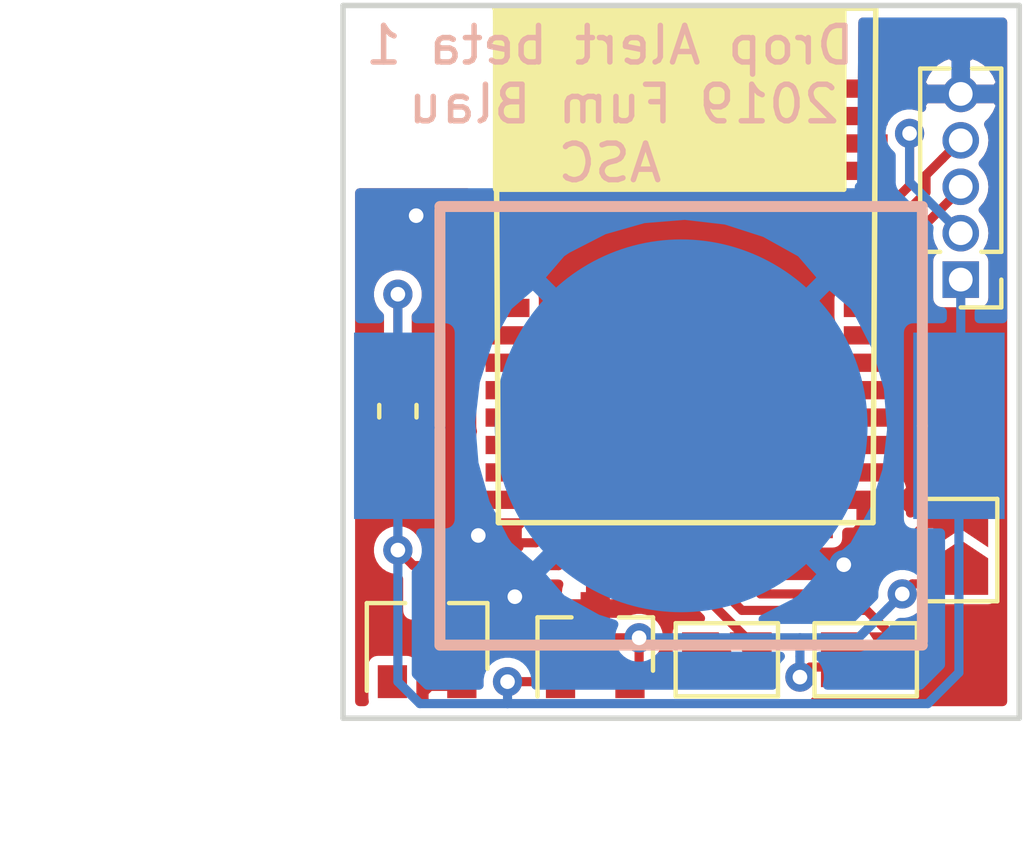
<source format=kicad_pcb>
(kicad_pcb (version 20171130) (host pcbnew "(5.1.0)-1")

  (general
    (thickness 1.6)
    (drawings 7)
    (tracks 84)
    (zones 0)
    (modules 9)
    (nets 38)
  )

  (page A4)
  (layers
    (0 F.Cu signal)
    (31 B.Cu signal)
    (32 B.Adhes user)
    (33 F.Adhes user)
    (34 B.Paste user)
    (35 F.Paste user)
    (36 B.SilkS user)
    (37 F.SilkS user)
    (38 B.Mask user)
    (39 F.Mask user)
    (40 Dwgs.User user)
    (41 Cmts.User user)
    (42 Eco1.User user)
    (43 Eco2.User user)
    (44 Edge.Cuts user)
    (45 Margin user)
    (46 B.CrtYd user)
    (47 F.CrtYd user)
    (48 B.Fab user)
    (49 F.Fab user)
  )

  (setup
    (last_trace_width 0.25)
    (trace_clearance 0.2)
    (zone_clearance 0.254)
    (zone_45_only no)
    (trace_min 0.2)
    (via_size 0.8)
    (via_drill 0.4)
    (via_min_size 0.4)
    (via_min_drill 0.3)
    (uvia_size 0.3)
    (uvia_drill 0.1)
    (uvias_allowed no)
    (uvia_min_size 0.2)
    (uvia_min_drill 0.1)
    (edge_width 0.15)
    (segment_width 0.2)
    (pcb_text_width 0.3)
    (pcb_text_size 1.5 1.5)
    (mod_edge_width 0.15)
    (mod_text_size 1 1)
    (mod_text_width 0.15)
    (pad_size 1.524 1.524)
    (pad_drill 0.762)
    (pad_to_mask_clearance 0.051)
    (solder_mask_min_width 0.25)
    (aux_axis_origin 0 0)
    (visible_elements 7FFDFFFF)
    (pcbplotparams
      (layerselection 0x010fc_ffffffff)
      (usegerberextensions false)
      (usegerberattributes false)
      (usegerberadvancedattributes false)
      (creategerberjobfile false)
      (excludeedgelayer true)
      (linewidth 0.100000)
      (plotframeref false)
      (viasonmask false)
      (mode 1)
      (useauxorigin false)
      (hpglpennumber 1)
      (hpglpenspeed 20)
      (hpglpendiameter 15.000000)
      (psnegative false)
      (psa4output false)
      (plotreference true)
      (plotvalue true)
      (plotinvisibletext false)
      (padsonsilk false)
      (subtractmaskfromsilk false)
      (outputformat 1)
      (mirror false)
      (drillshape 0)
      (scaleselection 1)
      (outputdirectory "outputs proyecto/gerbers/"))
  )

  (net 0 "")
  (net 1 +3V3)
  (net 2 GND)
  (net 3 "Net-(U1-Pad38)")
  (net 4 "Net-(U1-Pad37)")
  (net 5 "Net-(U1-Pad36)")
  (net 6 "Net-(U1-Pad35)")
  (net 7 "Net-(U1-Pad34)")
  (net 8 "Net-(U1-Pad33)")
  (net 9 "Net-(U1-Pad32)")
  (net 10 "Net-(U1-Pad31)")
  (net 11 "Net-(U1-Pad30)")
  (net 12 "Net-(U1-Pad29)")
  (net 13 "Net-(U1-Pad28)")
  (net 14 "Net-(U1-Pad25)")
  (net 15 "Net-(U1-Pad24)")
  (net 16 "Net-(U1-Pad20)")
  (net 17 "Net-(U1-Pad19)")
  (net 18 "Net-(U1-Pad18)")
  (net 19 "Net-(U1-Pad17)")
  (net 20 "Net-(U1-Pad15)")
  (net 21 "Net-(U1-Pad14)")
  (net 22 "Net-(U1-Pad13)")
  (net 23 "Net-(U1-Pad12)")
  (net 24 "Net-(U1-Pad11)")
  (net 25 "Net-(U1-Pad10)")
  (net 26 "Net-(U1-Pad9)")
  (net 27 "Net-(U1-Pad8)")
  (net 28 "Net-(U1-Pad4)")
  (net 29 "Net-(U1-Pad3)")
  (net 30 "Net-(U1-Pad2)")
  (net 31 "Net-(JP1-Pad2)")
  (net 32 "Net-(JP1-Pad1)")
  (net 33 "Net-(JP2-Pad2)")
  (net 34 "Net-(JP3-Pad2)")
  (net 35 "Net-(J1-Pad2)")
  (net 36 "Net-(J1-Pad3)")
  (net 37 "Net-(J1-Pad4)")

  (net_class Default "Esta es la clase de red por defecto."
    (clearance 0.2)
    (trace_width 0.25)
    (via_dia 0.8)
    (via_drill 0.4)
    (uvia_dia 0.3)
    (uvia_drill 0.1)
    (add_net +3V3)
    (add_net GND)
    (add_net "Net-(J1-Pad2)")
    (add_net "Net-(J1-Pad3)")
    (add_net "Net-(J1-Pad4)")
    (add_net "Net-(JP1-Pad1)")
    (add_net "Net-(JP1-Pad2)")
    (add_net "Net-(JP2-Pad2)")
    (add_net "Net-(JP3-Pad2)")
    (add_net "Net-(U1-Pad10)")
    (add_net "Net-(U1-Pad11)")
    (add_net "Net-(U1-Pad12)")
    (add_net "Net-(U1-Pad13)")
    (add_net "Net-(U1-Pad14)")
    (add_net "Net-(U1-Pad15)")
    (add_net "Net-(U1-Pad17)")
    (add_net "Net-(U1-Pad18)")
    (add_net "Net-(U1-Pad19)")
    (add_net "Net-(U1-Pad2)")
    (add_net "Net-(U1-Pad20)")
    (add_net "Net-(U1-Pad24)")
    (add_net "Net-(U1-Pad25)")
    (add_net "Net-(U1-Pad28)")
    (add_net "Net-(U1-Pad29)")
    (add_net "Net-(U1-Pad3)")
    (add_net "Net-(U1-Pad30)")
    (add_net "Net-(U1-Pad31)")
    (add_net "Net-(U1-Pad32)")
    (add_net "Net-(U1-Pad33)")
    (add_net "Net-(U1-Pad34)")
    (add_net "Net-(U1-Pad35)")
    (add_net "Net-(U1-Pad36)")
    (add_net "Net-(U1-Pad37)")
    (add_net "Net-(U1-Pad38)")
    (add_net "Net-(U1-Pad4)")
    (add_net "Net-(U1-Pad8)")
    (add_net "Net-(U1-Pad9)")
  )

  (module Jumper:SolderJumper-2_P1.3mm_Open_TrianglePad1.0x1.5mm (layer F.Cu) (tedit 5A64794F) (tstamp 5CDB50D3)
    (at 140 71.4)
    (descr "SMD Solder Jumper, 1x1.5mm Triangular Pads, 0.3mm gap, open")
    (tags "solder jumper open")
    (path /5CF50C11)
    (attr virtual)
    (fp_text reference JP3 (at 0 -1.8) (layer F.SilkS) hide
      (effects (font (size 1 1) (thickness 0.15)))
    )
    (fp_text value SolderJumper_2_Open (at 0 1.9) (layer F.Fab)
      (effects (font (size 1 1) (thickness 0.15)))
    )
    (fp_line (start -1.4 1) (end -1.4 -1) (layer F.SilkS) (width 0.12))
    (fp_line (start 1.4 1) (end -1.4 1) (layer F.SilkS) (width 0.12))
    (fp_line (start 1.4 -1) (end 1.4 1) (layer F.SilkS) (width 0.12))
    (fp_line (start -1.4 -1) (end 1.4 -1) (layer F.SilkS) (width 0.12))
    (fp_line (start -1.65 -1.25) (end 1.65 -1.25) (layer F.CrtYd) (width 0.05))
    (fp_line (start -1.65 -1.25) (end -1.65 1.25) (layer F.CrtYd) (width 0.05))
    (fp_line (start 1.65 1.25) (end 1.65 -1.25) (layer F.CrtYd) (width 0.05))
    (fp_line (start 1.65 1.25) (end -1.65 1.25) (layer F.CrtYd) (width 0.05))
    (pad 2 smd custom (at 0.725 0) (size 0.3 0.3) (layers F.Cu F.Mask)
      (net 34 "Net-(JP3-Pad2)") (zone_connect 2)
      (options (clearance outline) (anchor rect))
      (primitives
        (gr_poly (pts
           (xy -0.65 -0.75) (xy 0.5 -0.75) (xy 0.5 0.75) (xy -0.65 0.75) (xy -0.15 0)
) (width 0))
      ))
    (pad 1 smd custom (at -0.725 0) (size 0.3 0.3) (layers F.Cu F.Mask)
      (net 32 "Net-(JP1-Pad1)") (zone_connect 2)
      (options (clearance outline) (anchor rect))
      (primitives
        (gr_poly (pts
           (xy -0.5 -0.75) (xy 0.5 -0.75) (xy 1 0) (xy 0.5 0.75) (xy -0.5 0.75)
) (width 0))
      ))
  )

  (module footprints:CR1216_holder_mouser_bat_hld_012_smt (layer B.Cu) (tedit 5A7D6510) (tstamp 5CDB588B)
    (at 138.75 65)
    (path /5CB03C6A)
    (fp_text reference BT1 (at -5 -5) (layer B.SilkS) hide
      (effects (font (size 1 1) (thickness 0.15)) (justify mirror))
    )
    (fp_text value Battery_Cell (at 0 7) (layer B.Fab)
      (effects (font (size 1 1) (thickness 0.15)) (justify mirror))
    )
    (fp_line (start -6.6 -6) (end 6.6 -6) (layer B.SilkS) (width 0.3))
    (fp_line (start 6.6 6) (end -6.6 6) (layer B.SilkS) (width 0.3))
    (fp_line (start 6.6 0) (end 6.6 5.9) (layer B.SilkS) (width 0.3))
    (fp_line (start 6.6 -5.9) (end 6.6 0) (layer B.SilkS) (width 0.3))
    (fp_line (start -6.6 -5.9) (end -6.6 0) (layer B.SilkS) (width 0.3))
    (fp_line (start -6.6 0.1) (end -6.6 6) (layer B.SilkS) (width 0.3))
    (pad 1 smd rect (at -7.7 0) (size 2.5 5.1) (layers B.Cu B.Paste B.Mask)
      (net 1 +3V3))
    (pad 1 smd rect (at 7.6 0) (size 2.5 5.1) (layers B.Cu B.Paste B.Mask)
      (net 1 +3V3))
    (pad 2 smd circle (at 0 0) (size 10.2 10.2) (layers B.Cu B.Paste B.Mask)
      (net 2 GND))
  )

  (module footprints:453-0005 (layer F.Cu) (tedit 5CAE293A) (tstamp 5CA78AEF)
    (at 134 58.775001)
    (path /5CA7DB6D)
    (fp_text reference U1 (at 5 5.224999) (layer F.SilkS) hide
      (effects (font (size 1 1) (thickness 0.15)))
    )
    (fp_text value 453-00005 (at 5.25 11.224999) (layer F.SilkS) hide
      (effects (font (size 1 1) (thickness 0.15)))
    )
    (fp_line (start -0.25 -0.25) (end 9.2 -0.25) (layer F.SilkS) (width 0.15))
    (fp_line (start 9.2 -0.25) (end 9.2 -5.175) (layer F.SilkS) (width 0.15))
    (fp_line (start 9.2 -5.175) (end -0.325 -5.175) (layer F.SilkS) (width 0.15))
    (fp_line (start -0.325 -5.175) (end -0.325 -0.25) (layer F.SilkS) (width 0.15))
    (fp_poly (pts (xy -0.275 -0.25) (xy -0.3 -5.175) (xy 9.15 -5.15) (xy 9.15 -0.275)) (layer F.SilkS) (width 0.15))
    (fp_line (start -0.35 -5.2) (end 10.075 -5.2) (layer F.SilkS) (width 0.15))
    (fp_line (start 10.075 -5.2) (end 10 8.875) (layer F.SilkS) (width 0.15))
    (fp_line (start 10 8.875) (end -0.25 8.875) (layer F.SilkS) (width 0.15))
    (fp_line (start -0.25 8.875) (end -0.325 -5.2) (layer F.SilkS) (width 0.15))
    (pad 39 smd rect (at 0 0 90) (size 0.5 1.2) (layers F.Cu F.Paste F.Mask)
      (net 2 GND))
    (pad 38 smd rect (at 0 0.75 90) (size 0.5 1.2) (layers F.Cu F.Paste F.Mask)
      (net 3 "Net-(U1-Pad38)"))
    (pad 37 smd rect (at 0 1.5 90) (size 0.5 1.2) (layers F.Cu F.Paste F.Mask)
      (net 4 "Net-(U1-Pad37)"))
    (pad 36 smd rect (at 0 2.25 90) (size 0.5 1.2) (layers F.Cu F.Paste F.Mask)
      (net 5 "Net-(U1-Pad36)"))
    (pad 35 smd rect (at 0 3 90) (size 0.5 1.2) (layers F.Cu F.Paste F.Mask)
      (net 6 "Net-(U1-Pad35)"))
    (pad 34 smd rect (at 0 3.75 90) (size 0.5 1.2) (layers F.Cu F.Paste F.Mask)
      (net 7 "Net-(U1-Pad34)"))
    (pad 33 smd rect (at 0 4.5 90) (size 0.5 1.2) (layers F.Cu F.Paste F.Mask)
      (net 8 "Net-(U1-Pad33)"))
    (pad 32 smd rect (at 0 5.25 90) (size 0.5 1.2) (layers F.Cu F.Paste F.Mask)
      (net 9 "Net-(U1-Pad32)"))
    (pad 31 smd rect (at 0 6 90) (size 0.5 1.2) (layers F.Cu F.Paste F.Mask)
      (net 10 "Net-(U1-Pad31)"))
    (pad 30 smd rect (at 0 6.75 90) (size 0.5 1.2) (layers F.Cu F.Paste F.Mask)
      (net 11 "Net-(U1-Pad30)"))
    (pad 29 smd rect (at 0 7.5 90) (size 0.5 1.2) (layers F.Cu F.Paste F.Mask)
      (net 12 "Net-(U1-Pad29)"))
    (pad 28 smd rect (at 0 8.25 90) (size 0.5 1.2) (layers F.Cu F.Paste F.Mask)
      (net 13 "Net-(U1-Pad28)"))
    (pad 27 smd rect (at 1.15 8.7 180) (size 0.5 1.2) (layers F.Cu F.Paste F.Mask)
      (net 2 GND))
    (pad 26 smd rect (at 1.9 8.7 180) (size 0.5 1.2) (layers F.Cu F.Paste F.Mask)
      (net 1 +3V3))
    (pad 25 smd rect (at 2.65 8.7 180) (size 0.5 1.2) (layers F.Cu F.Paste F.Mask)
      (net 14 "Net-(U1-Pad25)"))
    (pad 24 smd rect (at 3.4 8.7 180) (size 0.5 1.2) (layers F.Cu F.Paste F.Mask)
      (net 15 "Net-(U1-Pad24)"))
    (pad 23 smd rect (at 4.15 8.7 180) (size 0.5 1.2) (layers F.Cu F.Paste F.Mask)
      (net 34 "Net-(JP3-Pad2)"))
    (pad 22 smd rect (at 4.9 8.7 180) (size 0.5 1.2) (layers F.Cu F.Paste F.Mask)
      (net 33 "Net-(JP2-Pad2)"))
    (pad 21 smd rect (at 5.65 8.7 180) (size 0.5 1.2) (layers F.Cu F.Paste F.Mask)
      (net 31 "Net-(JP1-Pad2)"))
    (pad 20 smd rect (at 6.4 8.7 180) (size 0.5 1.2) (layers F.Cu F.Paste F.Mask)
      (net 16 "Net-(U1-Pad20)"))
    (pad 19 smd rect (at 7.15 8.7 180) (size 0.5 1.2) (layers F.Cu F.Paste F.Mask)
      (net 17 "Net-(U1-Pad19)"))
    (pad 18 smd rect (at 7.9 8.7 180) (size 0.5 1.2) (layers F.Cu F.Paste F.Mask)
      (net 18 "Net-(U1-Pad18)"))
    (pad 17 smd rect (at 8.65 8.7 180) (size 0.5 1.2) (layers F.Cu F.Paste F.Mask)
      (net 19 "Net-(U1-Pad17)"))
    (pad 16 smd rect (at 9.8 8.25 270) (size 0.5 1.2) (layers F.Cu F.Paste F.Mask)
      (net 2 GND))
    (pad 15 smd rect (at 9.8 7.5 270) (size 0.5 1.2) (layers F.Cu F.Paste F.Mask)
      (net 20 "Net-(U1-Pad15)"))
    (pad 14 smd rect (at 9.8 6.75 270) (size 0.5 1.2) (layers F.Cu F.Paste F.Mask)
      (net 21 "Net-(U1-Pad14)"))
    (pad 13 smd rect (at 9.8 6 270) (size 0.5 1.2) (layers F.Cu F.Paste F.Mask)
      (net 22 "Net-(U1-Pad13)"))
    (pad 12 smd rect (at 9.8 5.25 270) (size 0.5 1.2) (layers F.Cu F.Paste F.Mask)
      (net 23 "Net-(U1-Pad12)"))
    (pad 11 smd rect (at 9.8 4.5 270) (size 0.5 1.2) (layers F.Cu F.Paste F.Mask)
      (net 24 "Net-(U1-Pad11)"))
    (pad 10 smd rect (at 9.8 3.75 270) (size 0.5 1.2) (layers F.Cu F.Paste F.Mask)
      (net 25 "Net-(U1-Pad10)"))
    (pad 9 smd rect (at 9.8 3 270) (size 0.5 1.2) (layers F.Cu F.Paste F.Mask)
      (net 26 "Net-(U1-Pad9)"))
    (pad 8 smd rect (at 9.8 2.25 270) (size 0.5 1.2) (layers F.Cu F.Paste F.Mask)
      (net 27 "Net-(U1-Pad8)"))
    (pad 7 smd rect (at 9.8 1.5 270) (size 0.5 1.2) (layers F.Cu F.Paste F.Mask)
      (net 36 "Net-(J1-Pad3)"))
    (pad 6 smd rect (at 9.8 0.75 270) (size 0.5 1.2) (layers F.Cu F.Paste F.Mask)
      (net 37 "Net-(J1-Pad4)"))
    (pad 5 smd rect (at 9.8 0 270) (size 0.5 1.2) (layers F.Cu F.Paste F.Mask)
      (net 35 "Net-(J1-Pad2)"))
    (pad 4 smd rect (at 9.8 -0.75 270) (size 0.5 1.2) (layers F.Cu F.Paste F.Mask)
      (net 28 "Net-(U1-Pad4)"))
    (pad 3 smd rect (at 9.8 -1.5 270) (size 0.5 1.2) (layers F.Cu F.Paste F.Mask)
      (net 29 "Net-(U1-Pad3)"))
    (pad 2 smd rect (at 9.8 -2.25 270) (size 0.5 1.2) (layers F.Cu F.Paste F.Mask)
      (net 30 "Net-(U1-Pad2)"))
    (pad 1 smd rect (at 9.8 -3 270) (size 0.5 1.2) (layers F.Cu F.Paste F.Mask)
      (net 2 GND))
  )

  (module Capacitor_SMD:C_0603_1608Metric_Pad1.05x0.95mm_HandSolder (layer F.Cu) (tedit 5B301BBE) (tstamp 5CBB99B7)
    (at 131 64.6 270)
    (descr "Capacitor SMD 0603 (1608 Metric), square (rectangular) end terminal, IPC_7351 nominal with elongated pad for handsoldering. (Body size source: http://www.tortai-tech.com/upload/download/2011102023233369053.pdf), generated with kicad-footprint-generator")
    (tags "capacitor handsolder")
    (path /5CAFD93C)
    (attr smd)
    (fp_text reference C1 (at 0.125 1.5 270) (layer F.SilkS) hide
      (effects (font (size 1 1) (thickness 0.15)))
    )
    (fp_text value 0,1uF (at 0 1.43 270) (layer F.Fab)
      (effects (font (size 1 1) (thickness 0.15)))
    )
    (fp_line (start -0.8 0.4) (end -0.8 -0.4) (layer F.Fab) (width 0.1))
    (fp_line (start -0.8 -0.4) (end 0.8 -0.4) (layer F.Fab) (width 0.1))
    (fp_line (start 0.8 -0.4) (end 0.8 0.4) (layer F.Fab) (width 0.1))
    (fp_line (start 0.8 0.4) (end -0.8 0.4) (layer F.Fab) (width 0.1))
    (fp_line (start -0.171267 -0.51) (end 0.171267 -0.51) (layer F.SilkS) (width 0.12))
    (fp_line (start -0.171267 0.51) (end 0.171267 0.51) (layer F.SilkS) (width 0.12))
    (fp_line (start -1.65 0.73) (end -1.65 -0.73) (layer F.CrtYd) (width 0.05))
    (fp_line (start -1.65 -0.73) (end 1.65 -0.73) (layer F.CrtYd) (width 0.05))
    (fp_line (start 1.65 -0.73) (end 1.65 0.73) (layer F.CrtYd) (width 0.05))
    (fp_line (start 1.65 0.73) (end -1.65 0.73) (layer F.CrtYd) (width 0.05))
    (fp_text user %R (at 0 0 270) (layer F.Fab)
      (effects (font (size 0.4 0.4) (thickness 0.06)))
    )
    (pad 1 smd roundrect (at -0.875 0 270) (size 1.05 0.95) (layers F.Cu F.Paste F.Mask) (roundrect_rratio 0.25)
      (net 1 +3V3))
    (pad 2 smd roundrect (at 0.875 0 270) (size 1.05 0.95) (layers F.Cu F.Paste F.Mask) (roundrect_rratio 0.25)
      (net 2 GND))
    (model ${KISYS3DMOD}/Capacitor_SMD.3dshapes/C_0603_1608Metric.wrl
      (at (xyz 0 0 0))
      (scale (xyz 1 1 1))
      (rotate (xyz 0 0 0))
    )
  )

  (module Package_TO_SOT_SMD:SOT-23 (layer F.Cu) (tedit 5CB0575F) (tstamp 5CDB5304)
    (at 136.4 71 90)
    (descr "SOT-23, Standard")
    (tags SOT-23)
    (path /5CAF52C6)
    (attr smd)
    (fp_text reference U2 (at -0.75 2.95 -180) (layer F.SilkS) hide
      (effects (font (size 1 1) (thickness 0.15)))
    )
    (fp_text value SI7201 (at 0 2.5 90) (layer F.Fab)
      (effects (font (size 1 1) (thickness 0.15)))
    )
    (fp_text user %R (at 0 0 -180) (layer F.Fab)
      (effects (font (size 0.5 0.5) (thickness 0.075)))
    )
    (fp_line (start -0.7 -0.95) (end -0.7 1.5) (layer F.Fab) (width 0.1))
    (fp_line (start -0.15 -1.52) (end 0.7 -1.52) (layer F.Fab) (width 0.1))
    (fp_line (start -0.7 -0.95) (end -0.15 -1.52) (layer F.Fab) (width 0.1))
    (fp_line (start 0.7 -1.52) (end 0.7 1.52) (layer F.Fab) (width 0.1))
    (fp_line (start -0.7 1.52) (end 0.7 1.52) (layer F.Fab) (width 0.1))
    (fp_line (start 0.76 1.58) (end 0.76 0.65) (layer F.SilkS) (width 0.12))
    (fp_line (start 0.76 -1.58) (end 0.76 -0.65) (layer F.SilkS) (width 0.12))
    (fp_line (start -1.7 -1.75) (end 1.7 -1.75) (layer F.CrtYd) (width 0.05))
    (fp_line (start 1.7 -1.75) (end 1.7 1.75) (layer F.CrtYd) (width 0.05))
    (fp_line (start 1.7 1.75) (end -1.7 1.75) (layer F.CrtYd) (width 0.05))
    (fp_line (start -1.7 1.75) (end -1.7 -1.75) (layer F.CrtYd) (width 0.05))
    (fp_line (start 0.76 -1.58) (end -1.4 -1.58) (layer F.SilkS) (width 0.12))
    (fp_line (start 0.76 1.58) (end -0.7 1.58) (layer F.SilkS) (width 0.12))
    (pad 1 smd rect (at -1 -0.95 90) (size 0.9 0.8) (layers F.Cu F.Paste F.Mask)
      (net 1 +3V3))
    (pad 2 smd rect (at -1 0.95 90) (size 0.9 0.8) (layers F.Cu F.Paste F.Mask)
      (net 32 "Net-(JP1-Pad1)"))
    (pad 3 smd rect (at 1 0 90) (size 0.9 0.8) (layers F.Cu F.Paste F.Mask)
      (net 2 GND))
    (model ${KISYS3DMOD}/Package_TO_SOT_SMD.3dshapes/SOT-23.wrl
      (at (xyz 0 0 0))
      (scale (xyz 1 1 1))
      (rotate (xyz 0 0 0))
    )
  )

  (module Jumper:SolderJumper-2_P1.3mm_Open_TrianglePad1.0x1.5mm (layer F.Cu) (tedit 5A64794F) (tstamp 5CDB50B7)
    (at 146.4 68.4 90)
    (descr "SMD Solder Jumper, 1x1.5mm Triangular Pads, 0.3mm gap, open")
    (tags "solder jumper open")
    (path /5CF4F44A)
    (attr virtual)
    (fp_text reference JP1 (at 0 -1.8 90) (layer F.SilkS) hide
      (effects (font (size 1 1) (thickness 0.15)))
    )
    (fp_text value SolderJumper_2_Open (at 0 1.9 90) (layer F.Fab)
      (effects (font (size 1 1) (thickness 0.15)))
    )
    (fp_line (start -1.4 1) (end -1.4 -1) (layer F.SilkS) (width 0.12))
    (fp_line (start 1.4 1) (end -1.4 1) (layer F.SilkS) (width 0.12))
    (fp_line (start 1.4 -1) (end 1.4 1) (layer F.SilkS) (width 0.12))
    (fp_line (start -1.4 -1) (end 1.4 -1) (layer F.SilkS) (width 0.12))
    (fp_line (start -1.65 -1.25) (end 1.65 -1.25) (layer F.CrtYd) (width 0.05))
    (fp_line (start -1.65 -1.25) (end -1.65 1.25) (layer F.CrtYd) (width 0.05))
    (fp_line (start 1.65 1.25) (end 1.65 -1.25) (layer F.CrtYd) (width 0.05))
    (fp_line (start 1.65 1.25) (end -1.65 1.25) (layer F.CrtYd) (width 0.05))
    (pad 2 smd custom (at 0.725 0 90) (size 0.3 0.3) (layers F.Cu F.Mask)
      (net 31 "Net-(JP1-Pad2)") (zone_connect 2)
      (options (clearance outline) (anchor rect))
      (primitives
        (gr_poly (pts
           (xy -0.65 -0.75) (xy 0.5 -0.75) (xy 0.5 0.75) (xy -0.65 0.75) (xy -0.15 0)
) (width 0))
      ))
    (pad 1 smd custom (at -0.725 0 90) (size 0.3 0.3) (layers F.Cu F.Mask)
      (net 32 "Net-(JP1-Pad1)") (zone_connect 2)
      (options (clearance outline) (anchor rect))
      (primitives
        (gr_poly (pts
           (xy -0.5 -0.75) (xy 0.5 -0.75) (xy 1 0) (xy 0.5 0.75) (xy -0.5 0.75)
) (width 0))
      ))
  )

  (module Jumper:SolderJumper-2_P1.3mm_Open_TrianglePad1.0x1.5mm (layer F.Cu) (tedit 5A64794F) (tstamp 5CDB50C5)
    (at 143.8 71.4)
    (descr "SMD Solder Jumper, 1x1.5mm Triangular Pads, 0.3mm gap, open")
    (tags "solder jumper open")
    (path /5CF506B5)
    (attr virtual)
    (fp_text reference JP2 (at 0 -1.8) (layer F.SilkS) hide
      (effects (font (size 1 1) (thickness 0.15)))
    )
    (fp_text value SolderJumper_2_Open (at 0 1.9) (layer F.Fab)
      (effects (font (size 1 1) (thickness 0.15)))
    )
    (fp_line (start 1.65 1.25) (end -1.65 1.25) (layer F.CrtYd) (width 0.05))
    (fp_line (start 1.65 1.25) (end 1.65 -1.25) (layer F.CrtYd) (width 0.05))
    (fp_line (start -1.65 -1.25) (end -1.65 1.25) (layer F.CrtYd) (width 0.05))
    (fp_line (start -1.65 -1.25) (end 1.65 -1.25) (layer F.CrtYd) (width 0.05))
    (fp_line (start -1.4 -1) (end 1.4 -1) (layer F.SilkS) (width 0.12))
    (fp_line (start 1.4 -1) (end 1.4 1) (layer F.SilkS) (width 0.12))
    (fp_line (start 1.4 1) (end -1.4 1) (layer F.SilkS) (width 0.12))
    (fp_line (start -1.4 1) (end -1.4 -1) (layer F.SilkS) (width 0.12))
    (pad 1 smd custom (at -0.725 0) (size 0.3 0.3) (layers F.Cu F.Mask)
      (net 32 "Net-(JP1-Pad1)") (zone_connect 2)
      (options (clearance outline) (anchor rect))
      (primitives
        (gr_poly (pts
           (xy -0.5 -0.75) (xy 0.5 -0.75) (xy 1 0) (xy 0.5 0.75) (xy -0.5 0.75)
) (width 0))
      ))
    (pad 2 smd custom (at 0.725 0) (size 0.3 0.3) (layers F.Cu F.Mask)
      (net 33 "Net-(JP2-Pad2)") (zone_connect 2)
      (options (clearance outline) (anchor rect))
      (primitives
        (gr_poly (pts
           (xy -0.65 -0.75) (xy 0.5 -0.75) (xy 0.5 0.75) (xy -0.65 0.75) (xy -0.15 0)
) (width 0))
      ))
  )

  (module Package_TO_SOT_SMD:SC-59 (layer F.Cu) (tedit 5A02FF57) (tstamp 5CDB57C1)
    (at 131.8 70.8 90)
    (descr "SC-59, https://lib.chipdip.ru/images/import_diod/original/SOT-23_SC-59.jpg")
    (tags SC-59)
    (path /5CF5DC99)
    (attr smd)
    (fp_text reference U3 (at 0 -2.5 90) (layer F.SilkS) hide
      (effects (font (size 1 1) (thickness 0.15)))
    )
    (fp_text value AH1806-P (at 0 2.5 90) (layer F.Fab)
      (effects (font (size 1 1) (thickness 0.15)))
    )
    (fp_text user %R (at 0 0 180) (layer F.Fab)
      (effects (font (size 0.5 0.5) (thickness 0.075)))
    )
    (fp_line (start -0.85 1.55) (end -0.85 -1) (layer F.Fab) (width 0.1))
    (fp_line (start -1.45 -1.65) (end 0.95 -1.65) (layer F.SilkS) (width 0.12))
    (fp_line (start 0.95 -1.65) (end 0.95 -0.6) (layer F.SilkS) (width 0.12))
    (fp_line (start -0.85 1.65) (end 0.95 1.65) (layer F.SilkS) (width 0.12))
    (fp_line (start 0.95 1.65) (end 0.95 0.6) (layer F.SilkS) (width 0.12))
    (fp_line (start -0.85 1.55) (end 0.85 1.55) (layer F.Fab) (width 0.1))
    (fp_line (start -0.3 -1.55) (end -0.85 -1) (layer F.Fab) (width 0.1))
    (fp_line (start -0.3 -1.55) (end 0.85 -1.55) (layer F.Fab) (width 0.1))
    (fp_line (start 0.85 -1.52) (end 0.85 1.52) (layer F.Fab) (width 0.1))
    (fp_line (start -1.9 -1.8) (end 1.9 -1.8) (layer F.CrtYd) (width 0.05))
    (fp_line (start -1.9 -1.8) (end -1.9 1.8) (layer F.CrtYd) (width 0.05))
    (fp_line (start 1.9 1.8) (end 1.9 -1.8) (layer F.CrtYd) (width 0.05))
    (fp_line (start 1.9 1.8) (end -1.9 1.8) (layer F.CrtYd) (width 0.05))
    (pad 1 smd rect (at -1.2 -0.95 90) (size 0.9 0.8) (layers F.Cu F.Paste F.Mask)
      (net 1 +3V3))
    (pad 2 smd rect (at -1.2 0.95 90) (size 0.9 0.8) (layers F.Cu F.Paste F.Mask)
      (net 2 GND))
    (pad 3 smd rect (at 1.2 0 90) (size 0.9 0.8) (layers F.Cu F.Paste F.Mask)
      (net 32 "Net-(JP1-Pad1)"))
    (model ${KISYS3DMOD}/Package_TO_SOT_SMD.3dshapes/SC-59.wrl
      (at (xyz 0 0 0))
      (scale (xyz 1 1 1))
      (rotate (xyz 0 0 0))
    )
  )

  (module Connector_PinHeader_1.27mm:PinHeader_1x05_P1.27mm_Vertical (layer F.Cu) (tedit 59FED6E3) (tstamp 5CDBCD5A)
    (at 146.4 61 180)
    (descr "Through hole straight pin header, 1x05, 1.27mm pitch, single row")
    (tags "Through hole pin header THT 1x05 1.27mm single row")
    (path /5CDBD9AD)
    (fp_text reference J1 (at 0 -1.695 180) (layer F.SilkS) hide
      (effects (font (size 1 1) (thickness 0.15)))
    )
    (fp_text value Conn_01x05_Male (at 0 6.775 180) (layer F.Fab)
      (effects (font (size 1 1) (thickness 0.15)))
    )
    (fp_line (start -0.525 -0.635) (end 1.05 -0.635) (layer F.Fab) (width 0.1))
    (fp_line (start 1.05 -0.635) (end 1.05 5.715) (layer F.Fab) (width 0.1))
    (fp_line (start 1.05 5.715) (end -1.05 5.715) (layer F.Fab) (width 0.1))
    (fp_line (start -1.05 5.715) (end -1.05 -0.11) (layer F.Fab) (width 0.1))
    (fp_line (start -1.05 -0.11) (end -0.525 -0.635) (layer F.Fab) (width 0.1))
    (fp_line (start -1.11 5.775) (end -0.30753 5.775) (layer F.SilkS) (width 0.12))
    (fp_line (start 0.30753 5.775) (end 1.11 5.775) (layer F.SilkS) (width 0.12))
    (fp_line (start -1.11 0.76) (end -1.11 5.775) (layer F.SilkS) (width 0.12))
    (fp_line (start 1.11 0.76) (end 1.11 5.775) (layer F.SilkS) (width 0.12))
    (fp_line (start -1.11 0.76) (end -0.563471 0.76) (layer F.SilkS) (width 0.12))
    (fp_line (start 0.563471 0.76) (end 1.11 0.76) (layer F.SilkS) (width 0.12))
    (fp_line (start -1.11 0) (end -1.11 -0.76) (layer F.SilkS) (width 0.12))
    (fp_line (start -1.11 -0.76) (end 0 -0.76) (layer F.SilkS) (width 0.12))
    (fp_line (start -1.55 -1.15) (end -1.55 6.25) (layer F.CrtYd) (width 0.05))
    (fp_line (start -1.55 6.25) (end 1.55 6.25) (layer F.CrtYd) (width 0.05))
    (fp_line (start 1.55 6.25) (end 1.55 -1.15) (layer F.CrtYd) (width 0.05))
    (fp_line (start 1.55 -1.15) (end -1.55 -1.15) (layer F.CrtYd) (width 0.05))
    (fp_text user %R (at 0 2.54 270) (layer F.Fab)
      (effects (font (size 1 1) (thickness 0.15)))
    )
    (pad 1 thru_hole rect (at 0 0 180) (size 1 1) (drill 0.65) (layers *.Cu *.Mask)
      (net 1 +3V3))
    (pad 2 thru_hole oval (at 0 1.27 180) (size 1 1) (drill 0.65) (layers *.Cu *.Mask)
      (net 35 "Net-(J1-Pad2)"))
    (pad 3 thru_hole oval (at 0 2.54 180) (size 1 1) (drill 0.65) (layers *.Cu *.Mask)
      (net 36 "Net-(J1-Pad3)"))
    (pad 4 thru_hole oval (at 0 3.81 180) (size 1 1) (drill 0.65) (layers *.Cu *.Mask)
      (net 37 "Net-(J1-Pad4)"))
    (pad 5 thru_hole oval (at 0 5.08 180) (size 1 1) (drill 0.65) (layers *.Cu *.Mask)
      (net 2 GND))
  )

  (gr_text "Drop Alert beta 1\n2019 Fum Blau \nASC" (at 136.8 56.2) (layer B.SilkS)
    (effects (font (size 1 1) (thickness 0.15)) (justify mirror))
  )
  (dimension 19.5 (width 0.3) (layer Dwgs.User)
    (gr_text "19,500 mm" (at 125.65 63.25 270) (layer Dwgs.User)
      (effects (font (size 1.5 1.5) (thickness 0.3)))
    )
    (feature1 (pts (xy 129.5 73) (xy 127.163579 73)))
    (feature2 (pts (xy 129.5 53.5) (xy 127.163579 53.5)))
    (crossbar (pts (xy 127.75 53.5) (xy 127.75 73)))
    (arrow1a (pts (xy 127.75 73) (xy 127.163579 71.873496)))
    (arrow1b (pts (xy 127.75 73) (xy 128.336421 71.873496)))
    (arrow2a (pts (xy 127.75 53.5) (xy 127.163579 54.626504)))
    (arrow2b (pts (xy 127.75 53.5) (xy 128.336421 54.626504)))
  )
  (dimension 18.5 (width 0.3) (layer Dwgs.User)
    (gr_text "18,500 mm" (at 138.75 78.1) (layer Dwgs.User)
      (effects (font (size 1.5 1.5) (thickness 0.3)))
    )
    (feature1 (pts (xy 148 73.5) (xy 148 76.586421)))
    (feature2 (pts (xy 129.5 73.5) (xy 129.5 76.586421)))
    (crossbar (pts (xy 129.5 76) (xy 148 76)))
    (arrow1a (pts (xy 148 76) (xy 146.873496 76.586421)))
    (arrow1b (pts (xy 148 76) (xy 146.873496 75.413579)))
    (arrow2a (pts (xy 129.5 76) (xy 130.626504 76.586421)))
    (arrow2b (pts (xy 129.5 76) (xy 130.626504 75.413579)))
  )
  (gr_line (start 129.5 73) (end 129.5 53.5) (layer Edge.Cuts) (width 0.15))
  (gr_line (start 148 73) (end 129.5 73) (layer Edge.Cuts) (width 0.15))
  (gr_line (start 148 53.5) (end 148 73) (layer Edge.Cuts) (width 0.15))
  (gr_line (start 129.5 53.5) (end 148 53.5) (layer Edge.Cuts) (width 0.15))

  (segment (start 131 67.75) (end 131 64.55) (width 0.25) (layer B.Cu) (net 1))
  (segment (start 131 64.55) (end 131.05 64.5) (width 0.25) (layer B.Cu) (net 1))
  (segment (start 145.50001 72.59999) (end 146.35 71.75) (width 0.25) (layer B.Cu) (net 1))
  (segment (start 131 67.75) (end 131 72) (width 0.25) (layer B.Cu) (net 1))
  (segment (start 131 72) (end 131.59999 72.59999) (width 0.25) (layer B.Cu) (net 1))
  (segment (start 146.35 67.3) (end 146.35 64.5) (width 0.25) (layer B.Cu) (net 1))
  (via (at 134 72) (size 0.8) (drill 0.4) (layers F.Cu B.Cu) (net 1))
  (segment (start 135.45 72) (end 134 72) (width 0.25) (layer F.Cu) (net 1))
  (segment (start 133.99999 72.565695) (end 133.99999 72.59999) (width 0.25) (layer B.Cu) (net 1))
  (segment (start 134 72.565685) (end 133.99999 72.565695) (width 0.25) (layer B.Cu) (net 1))
  (segment (start 134 72) (end 134 72.565685) (width 0.25) (layer B.Cu) (net 1))
  (segment (start 131.59999 72.59999) (end 133.99999 72.59999) (width 0.25) (layer B.Cu) (net 1))
  (segment (start 133.99999 72.59999) (end 145.50001 72.59999) (width 0.25) (layer B.Cu) (net 1))
  (segment (start 146.35 71.75) (end 146.35 64.5) (width 0.25) (layer B.Cu) (net 1))
  (via (at 131 61.4) (size 0.8) (drill 0.4) (layers F.Cu B.Cu) (net 1))
  (segment (start 131 63.725) (end 131 61.4) (width 0.25) (layer F.Cu) (net 1))
  (segment (start 131 64.95) (end 131.05 65) (width 0.25) (layer B.Cu) (net 1))
  (segment (start 131 61.4) (end 131 64.95) (width 0.25) (layer B.Cu) (net 1))
  (via (at 131 68.4) (size 0.8) (drill 0.4) (layers F.Cu B.Cu) (net 1))
  (segment (start 135.9 67.475001) (end 135.9 68.325001) (width 0.25) (layer F.Cu) (net 1))
  (segment (start 135.9 68.325001) (end 135.400002 68.824999) (width 0.25) (layer F.Cu) (net 1))
  (segment (start 135.400002 68.824999) (end 131.424999 68.824999) (width 0.25) (layer F.Cu) (net 1))
  (segment (start 131.399999 68.799999) (end 131 68.4) (width 0.25) (layer F.Cu) (net 1))
  (segment (start 131.424999 68.824999) (end 131.399999 68.799999) (width 0.25) (layer F.Cu) (net 1))
  (segment (start 146.4 64.95) (end 146.35 65) (width 0.25) (layer B.Cu) (net 1))
  (segment (start 146.4 61) (end 146.4 64.95) (width 0.25) (layer B.Cu) (net 1))
  (via (at 134.2 69.67499) (size 0.8) (drill 0.4) (layers F.Cu B.Cu) (net 2) (tstamp 5CDB58FC))
  (via (at 143.2 68.8) (size 0.8) (drill 0.4) (layers F.Cu B.Cu) (net 2))
  (segment (start 135.25 67.575001) (end 135.15 67.475001) (width 0.25) (layer F.Cu) (net 2))
  (via (at 131.5 59.25) (size 0.8) (drill 0.4) (layers F.Cu B.Cu) (net 2))
  (via (at 133.2 68) (size 0.8) (drill 0.4) (layers F.Cu B.Cu) (net 2))
  (segment (start 135.15 67.825001) (end 134.775001 68.2) (width 0.25) (layer F.Cu) (net 2))
  (segment (start 135.15 67.475001) (end 135.15 67.825001) (width 0.25) (layer F.Cu) (net 2))
  (segment (start 133.32501 68.2) (end 132.4 67.27499) (width 0.25) (layer F.Cu) (net 2))
  (segment (start 134.775001 68.2) (end 133.32501 68.2) (width 0.25) (layer F.Cu) (net 2))
  (segment (start 139.65 68.325001) (end 139.65 67.475001) (width 0.25) (layer F.Cu) (net 31))
  (segment (start 140.924999 69.6) (end 139.65 68.325001) (width 0.25) (layer F.Cu) (net 31))
  (segment (start 143.526996 69.6) (end 140.924999 69.6) (width 0.25) (layer F.Cu) (net 31))
  (segment (start 146.4 67.675) (end 145.451996 67.675) (width 0.25) (layer F.Cu) (net 31))
  (segment (start 145.451996 67.675) (end 143.526996 69.6) (width 0.25) (layer F.Cu) (net 31))
  (segment (start 138.675 72) (end 139.275 71.4) (width 0.25) (layer F.Cu) (net 32))
  (segment (start 137.35 72) (end 138.675 72) (width 0.25) (layer F.Cu) (net 32))
  (via (at 137.6 70.8) (size 0.8) (drill 0.4) (layers F.Cu B.Cu) (net 32))
  (segment (start 137.6 71.75) (end 137.35 72) (width 0.25) (layer F.Cu) (net 32))
  (segment (start 137.6 70.8) (end 137.6 71.75) (width 0.25) (layer F.Cu) (net 32))
  (via (at 142 71.87499) (size 0.8) (drill 0.4) (layers F.Cu B.Cu) (net 32))
  (segment (start 143.075 71.6) (end 142.27499 71.6) (width 0.25) (layer F.Cu) (net 32))
  (segment (start 142.27499 71.6) (end 142 71.87499) (width 0.25) (layer F.Cu) (net 32))
  (segment (start 142 71.309305) (end 142 70.8) (width 0.25) (layer B.Cu) (net 32))
  (segment (start 142 71.87499) (end 142 71.309305) (width 0.25) (layer B.Cu) (net 32))
  (segment (start 142 70.8) (end 137.6 70.8) (width 0.25) (layer B.Cu) (net 32))
  (via (at 144.8 69.599986) (size 0.8) (drill 0.4) (layers F.Cu B.Cu) (net 32))
  (segment (start 143.599986 70.8) (end 144.400001 69.999985) (width 0.25) (layer B.Cu) (net 32))
  (segment (start 145.074986 69.325) (end 144.8 69.599986) (width 0.25) (layer F.Cu) (net 32))
  (segment (start 142 70.8) (end 143.599986 70.8) (width 0.25) (layer B.Cu) (net 32))
  (segment (start 146.4 69.325) (end 145.074986 69.325) (width 0.25) (layer F.Cu) (net 32))
  (segment (start 144.400001 69.999985) (end 144.8 69.599986) (width 0.25) (layer B.Cu) (net 32))
  (segment (start 132.45 69.6) (end 133.65 70.8) (width 0.25) (layer F.Cu) (net 32))
  (segment (start 131.8 69.6) (end 132.45 69.6) (width 0.25) (layer F.Cu) (net 32))
  (segment (start 133.65 70.8) (end 137.6 70.8) (width 0.25) (layer F.Cu) (net 32))
  (segment (start 138.9 68.536411) (end 140.4136 70.050011) (width 0.25) (layer F.Cu) (net 33))
  (segment (start 140.4136 70.050011) (end 143.825011 70.050011) (width 0.25) (layer F.Cu) (net 33))
  (segment (start 143.825011 70.050011) (end 144.525 70.75) (width 0.25) (layer F.Cu) (net 33))
  (segment (start 138.9 67.475001) (end 138.9 68.536411) (width 0.25) (layer F.Cu) (net 33))
  (segment (start 144.525 70.75) (end 144.525 71.6) (width 0.25) (layer F.Cu) (net 33))
  (segment (start 140.725 71.4) (end 140.725 70.997822) (width 0.25) (layer F.Cu) (net 34))
  (segment (start 138.15 68.422822) (end 138.15 68.325001) (width 0.25) (layer F.Cu) (net 34))
  (segment (start 140.725 70.997822) (end 138.15 68.422822) (width 0.25) (layer F.Cu) (net 34))
  (segment (start 138.15 68.325001) (end 138.15 67.475001) (width 0.25) (layer F.Cu) (net 34))
  (segment (start 144.65 58.775001) (end 145 58.425001) (width 0.25) (layer F.Cu) (net 35))
  (segment (start 143.8 58.775001) (end 144.65 58.775001) (width 0.25) (layer F.Cu) (net 35))
  (segment (start 145 58.425001) (end 145 57) (width 0.25) (layer F.Cu) (net 35))
  (via (at 145 57) (size 0.8) (drill 0.4) (layers F.Cu B.Cu) (net 35))
  (segment (start 145 58.33) (end 145.2 58.53) (width 0.25) (layer B.Cu) (net 35))
  (segment (start 145 57) (end 145 58.33) (width 0.25) (layer B.Cu) (net 35))
  (segment (start 145.2 58.53) (end 146.4 59.73) (width 0.25) (layer B.Cu) (net 35))
  (segment (start 146.4 58.525001) (end 146.4 58.46) (width 0.25) (layer F.Cu) (net 36))
  (segment (start 144.65 60.275001) (end 146.4 58.525001) (width 0.25) (layer F.Cu) (net 36))
  (segment (start 143.8 60.275001) (end 144.65 60.275001) (width 0.25) (layer F.Cu) (net 36))
  (segment (start 145.900001 57.689999) (end 146.4 57.19) (width 0.25) (layer F.Cu) (net 37))
  (segment (start 145.450009 58.139991) (end 145.900001 57.689999) (width 0.25) (layer F.Cu) (net 37))
  (segment (start 145.450009 58.611402) (end 145.450009 58.139991) (width 0.25) (layer F.Cu) (net 37))
  (segment (start 144.53641 59.525001) (end 145.450009 58.611402) (width 0.25) (layer F.Cu) (net 37))
  (segment (start 143.8 59.525001) (end 144.53641 59.525001) (width 0.25) (layer F.Cu) (net 37))

  (zone (net 0) (net_name "") (layers F&B.Cu) (tstamp 0) (hatch edge 0.508)
    (connect_pads (clearance 0.254))
    (min_thickness 0.254)
    (keepout (tracks not_allowed) (vias not_allowed) (copperpour not_allowed))
    (fill (arc_segments 16) (thermal_gap 0.508) (thermal_bridge_width 0.508))
    (polygon
      (pts
        (xy 129.5 58.5) (xy 143.5 58.5) (xy 143.5 53.5) (xy 129.5 53.5)
      )
    )
  )
  (zone (net 2) (net_name GND) (layer B.Cu) (tstamp 5CDC5AA7) (hatch edge 0.508)
    (connect_pads (clearance 0.254))
    (min_thickness 0.254)
    (fill yes (arc_segments 16) (thermal_gap 0.508) (thermal_bridge_width 0.508))
    (polygon
      (pts
        (xy 129.5 53.5) (xy 148 53.5) (xy 148 73) (xy 129.5 73)
      )
    )
    (filled_polygon
      (pts
        (xy 147.544 62.067157) (xy 146.906 62.067157) (xy 146.906 61.882252) (xy 146.974689 61.875487) (xy 147.046508 61.853701)
        (xy 147.112696 61.818322) (xy 147.170711 61.770711) (xy 147.218322 61.712696) (xy 147.253701 61.646508) (xy 147.275487 61.574689)
        (xy 147.282843 61.5) (xy 147.282843 60.5) (xy 147.275487 60.425311) (xy 147.253701 60.353492) (xy 147.218322 60.287304)
        (xy 147.170711 60.229289) (xy 147.143858 60.207251) (xy 147.217875 60.068775) (xy 147.268252 59.902706) (xy 147.285262 59.73)
        (xy 147.268252 59.557294) (xy 147.217875 59.391225) (xy 147.136068 59.238175) (xy 147.025975 59.104025) (xy 147.014978 59.095)
        (xy 147.025975 59.085975) (xy 147.136068 58.951825) (xy 147.217875 58.798775) (xy 147.268252 58.632706) (xy 147.285262 58.46)
        (xy 147.268252 58.287294) (xy 147.217875 58.121225) (xy 147.136068 57.968175) (xy 147.025975 57.834025) (xy 147.014978 57.825)
        (xy 147.025975 57.815975) (xy 147.136068 57.681825) (xy 147.217875 57.528775) (xy 147.268252 57.362706) (xy 147.285262 57.19)
        (xy 147.268252 57.017294) (xy 147.217875 56.851225) (xy 147.164626 56.751604) (xy 147.258865 56.66202) (xy 147.387123 56.480206)
        (xy 147.477446 56.276864) (xy 147.494119 56.221874) (xy 147.367954 56.047) (xy 146.527 56.047) (xy 146.527 56.067)
        (xy 146.273 56.067) (xy 146.273 56.047) (xy 145.432046 56.047) (xy 145.305881 56.221874) (xy 145.322554 56.276864)
        (xy 145.328756 56.290827) (xy 145.227809 56.249013) (xy 145.076922 56.219) (xy 144.923078 56.219) (xy 144.772191 56.249013)
        (xy 144.630058 56.307887) (xy 144.502141 56.393358) (xy 144.393358 56.502141) (xy 144.307887 56.630058) (xy 144.249013 56.772191)
        (xy 144.219 56.923078) (xy 144.219 57.076922) (xy 144.249013 57.227809) (xy 144.307887 57.369942) (xy 144.393358 57.497859)
        (xy 144.494 57.598501) (xy 144.494001 58.305144) (xy 144.491553 58.33) (xy 144.501322 58.429192) (xy 144.530255 58.524574)
        (xy 144.543098 58.548601) (xy 144.577242 58.612479) (xy 144.640474 58.689527) (xy 144.659781 58.705372) (xy 145.529951 59.575542)
        (xy 145.514738 59.73) (xy 145.531748 59.902706) (xy 145.582125 60.068775) (xy 145.656142 60.207251) (xy 145.629289 60.229289)
        (xy 145.581678 60.287304) (xy 145.546299 60.353492) (xy 145.524513 60.425311) (xy 145.517157 60.5) (xy 145.517157 61.5)
        (xy 145.524513 61.574689) (xy 145.546299 61.646508) (xy 145.581678 61.712696) (xy 145.629289 61.770711) (xy 145.687304 61.818322)
        (xy 145.753492 61.853701) (xy 145.825311 61.875487) (xy 145.894 61.882252) (xy 145.894 62.067157) (xy 145.1 62.067157)
        (xy 145.025311 62.074513) (xy 144.953492 62.096299) (xy 144.887304 62.131678) (xy 144.829289 62.179289) (xy 144.781678 62.237304)
        (xy 144.746299 62.303492) (xy 144.724513 62.375311) (xy 144.717157 62.45) (xy 144.717157 67.55) (xy 144.724513 67.624689)
        (xy 144.746299 67.696508) (xy 144.781678 67.762696) (xy 144.829289 67.820711) (xy 144.887304 67.868322) (xy 144.953492 67.903701)
        (xy 145.025311 67.925487) (xy 145.1 67.932843) (xy 145.844001 67.932843) (xy 145.844 71.540408) (xy 145.290419 72.09399)
        (xy 142.752739 72.09399) (xy 142.781 71.951912) (xy 142.781 71.798068) (xy 142.750987 71.647181) (xy 142.692113 71.505048)
        (xy 142.606642 71.377131) (xy 142.535511 71.306) (xy 143.57514 71.306) (xy 143.599986 71.308447) (xy 143.624832 71.306)
        (xy 143.62484 71.306) (xy 143.699179 71.298678) (xy 143.794561 71.269745) (xy 143.882465 71.222759) (xy 143.959513 71.159527)
        (xy 143.975362 71.140215) (xy 144.734592 70.380986) (xy 144.876922 70.380986) (xy 145.027809 70.350973) (xy 145.169942 70.292099)
        (xy 145.297859 70.206628) (xy 145.406642 70.097845) (xy 145.492113 69.969928) (xy 145.550987 69.827795) (xy 145.581 69.676908)
        (xy 145.581 69.523064) (xy 145.550987 69.372177) (xy 145.492113 69.230044) (xy 145.406642 69.102127) (xy 145.297859 68.993344)
        (xy 145.169942 68.907873) (xy 145.027809 68.848999) (xy 144.876922 68.818986) (xy 144.723078 68.818986) (xy 144.572191 68.848999)
        (xy 144.430058 68.907873) (xy 144.302141 68.993344) (xy 144.193358 69.102127) (xy 144.107887 69.230044) (xy 144.049013 69.372177)
        (xy 144.019 69.523064) (xy 144.019 69.665394) (xy 143.390395 70.294) (xy 142.024854 70.294) (xy 142 70.291552)
        (xy 141.975146 70.294) (xy 140.994532 70.294) (xy 141.868581 69.845999) (xy 142.033691 69.735678) (xy 142.621806 69.051411)
        (xy 138.75 65.179605) (xy 134.878194 69.051411) (xy 135.466309 69.735678) (xy 136.453289 70.285299) (xy 136.907251 70.431594)
        (xy 136.849013 70.572191) (xy 136.819 70.723078) (xy 136.819 70.876922) (xy 136.849013 71.027809) (xy 136.907887 71.169942)
        (xy 136.993358 71.297859) (xy 137.102141 71.406642) (xy 137.230058 71.492113) (xy 137.372191 71.550987) (xy 137.523078 71.581)
        (xy 137.676922 71.581) (xy 137.827809 71.550987) (xy 137.969942 71.492113) (xy 138.097859 71.406642) (xy 138.198501 71.306)
        (xy 141.464489 71.306) (xy 141.393358 71.377131) (xy 141.307887 71.505048) (xy 141.249013 71.647181) (xy 141.219 71.798068)
        (xy 141.219 71.951912) (xy 141.247261 72.09399) (xy 134.777605 72.09399) (xy 134.781 72.076922) (xy 134.781 71.923078)
        (xy 134.750987 71.772191) (xy 134.692113 71.630058) (xy 134.606642 71.502141) (xy 134.497859 71.393358) (xy 134.369942 71.307887)
        (xy 134.227809 71.249013) (xy 134.076922 71.219) (xy 133.923078 71.219) (xy 133.772191 71.249013) (xy 133.630058 71.307887)
        (xy 133.502141 71.393358) (xy 133.393358 71.502141) (xy 133.307887 71.630058) (xy 133.249013 71.772191) (xy 133.219 71.923078)
        (xy 133.219 72.076922) (xy 133.222395 72.09399) (xy 131.809582 72.09399) (xy 131.506 71.790409) (xy 131.506 68.998501)
        (xy 131.606642 68.897859) (xy 131.692113 68.769942) (xy 131.750987 68.627809) (xy 131.781 68.476922) (xy 131.781 68.323078)
        (xy 131.750987 68.172191) (xy 131.692113 68.030058) (xy 131.627156 67.932843) (xy 132.3 67.932843) (xy 132.374689 67.925487)
        (xy 132.446508 67.903701) (xy 132.512696 67.868322) (xy 132.570711 67.820711) (xy 132.618322 67.762696) (xy 132.653701 67.696508)
        (xy 132.675487 67.624689) (xy 132.682843 67.55) (xy 132.682843 64.900712) (xy 132.988108 64.900712) (xy 133.079451 66.02671)
        (xy 133.388711 67.113251) (xy 133.904001 68.118581) (xy 134.014322 68.283691) (xy 134.698589 68.871806) (xy 138.570395 65)
        (xy 138.929605 65) (xy 142.801411 68.871806) (xy 143.485678 68.283691) (xy 144.035299 67.296711) (xy 144.381809 66.22147)
        (xy 144.511892 65.099288) (xy 144.420549 63.97329) (xy 144.111289 62.886749) (xy 143.595999 61.881419) (xy 143.485678 61.716309)
        (xy 142.801411 61.128194) (xy 138.929605 65) (xy 138.570395 65) (xy 134.698589 61.128194) (xy 134.014322 61.716309)
        (xy 133.464701 62.703289) (xy 133.118191 63.77853) (xy 132.988108 64.900712) (xy 132.682843 64.900712) (xy 132.682843 62.45)
        (xy 132.675487 62.375311) (xy 132.653701 62.303492) (xy 132.618322 62.237304) (xy 132.570711 62.179289) (xy 132.512696 62.131678)
        (xy 132.446508 62.096299) (xy 132.374689 62.074513) (xy 132.3 62.067157) (xy 131.506 62.067157) (xy 131.506 61.998501)
        (xy 131.606642 61.897859) (xy 131.692113 61.769942) (xy 131.750987 61.627809) (xy 131.781 61.476922) (xy 131.781 61.323078)
        (xy 131.750987 61.172191) (xy 131.692113 61.030058) (xy 131.637678 60.948589) (xy 134.878194 60.948589) (xy 138.75 64.820395)
        (xy 142.621806 60.948589) (xy 142.033691 60.264322) (xy 141.046711 59.714701) (xy 139.97147 59.368191) (xy 138.849288 59.238108)
        (xy 137.72329 59.329451) (xy 136.636749 59.638711) (xy 135.631419 60.154001) (xy 135.466309 60.264322) (xy 134.878194 60.948589)
        (xy 131.637678 60.948589) (xy 131.606642 60.902141) (xy 131.497859 60.793358) (xy 131.369942 60.707887) (xy 131.227809 60.649013)
        (xy 131.076922 60.619) (xy 130.923078 60.619) (xy 130.772191 60.649013) (xy 130.630058 60.707887) (xy 130.502141 60.793358)
        (xy 130.393358 60.902141) (xy 130.307887 61.030058) (xy 130.249013 61.172191) (xy 130.219 61.323078) (xy 130.219 61.476922)
        (xy 130.249013 61.627809) (xy 130.307887 61.769942) (xy 130.393358 61.897859) (xy 130.494 61.998501) (xy 130.494 62.067157)
        (xy 129.956 62.067157) (xy 129.956 58.627) (xy 143.5 58.627) (xy 143.524776 58.62456) (xy 143.548601 58.617333)
        (xy 143.570557 58.605597) (xy 143.589803 58.589803) (xy 143.605597 58.570557) (xy 143.617333 58.548601) (xy 143.62456 58.524776)
        (xy 143.627 58.5) (xy 143.627 58.459377) (xy 143.633175 58.456137) (xy 143.652542 58.440491) (xy 143.668483 58.421368)
        (xy 143.680388 58.399503) (xy 143.687798 58.375735) (xy 143.690429 58.350978) (xy 143.711467 55.618126) (xy 145.305881 55.618126)
        (xy 145.432046 55.793) (xy 146.273 55.793) (xy 146.273 54.950871) (xy 146.527 54.950871) (xy 146.527 55.793)
        (xy 147.367954 55.793) (xy 147.494119 55.618126) (xy 147.477446 55.563136) (xy 147.387123 55.359794) (xy 147.258865 55.17798)
        (xy 147.097601 55.024682) (xy 146.909529 54.90579) (xy 146.701876 54.825874) (xy 146.527 54.950871) (xy 146.273 54.950871)
        (xy 146.098124 54.825874) (xy 145.890471 54.90579) (xy 145.702399 55.024682) (xy 145.541135 55.17798) (xy 145.412877 55.359794)
        (xy 145.322554 55.563136) (xy 145.305881 55.618126) (xy 143.711467 55.618126) (xy 143.724263 53.956) (xy 147.544 53.956)
      )
    )
  )
  (zone (net 2) (net_name GND) (layer F.Cu) (tstamp 5CDC5AA4) (hatch edge 0.508)
    (connect_pads (clearance 0.254))
    (min_thickness 0.254)
    (fill yes (arc_segments 16) (thermal_gap 0.508) (thermal_bridge_width 0.508))
    (polygon
      (pts
        (xy 129.5 53.5) (xy 148 53.5) (xy 148 73) (xy 129.5 73)
      )
    )
    (filled_polygon
      (pts
        (xy 147.544001 72.544) (xy 142.404518 72.544) (xy 142.453484 72.511282) (xy 142.500311 72.525487) (xy 142.575 72.532843)
        (xy 143.575 72.532843) (xy 143.650082 72.525408) (xy 143.721878 72.503547) (xy 143.725037 72.501854) (xy 143.728492 72.503701)
        (xy 143.800311 72.525487) (xy 143.875 72.532843) (xy 145.025 72.532843) (xy 145.099689 72.525487) (xy 145.171508 72.503701)
        (xy 145.237696 72.468322) (xy 145.295711 72.420711) (xy 145.343322 72.362696) (xy 145.378701 72.296508) (xy 145.400487 72.224689)
        (xy 145.407843 72.15) (xy 145.407843 70.65) (xy 145.400487 70.575311) (xy 145.378701 70.503492) (xy 145.343322 70.437304)
        (xy 145.295711 70.379289) (xy 145.237696 70.331678) (xy 145.171508 70.296299) (xy 145.164751 70.294249) (xy 145.169942 70.292099)
        (xy 145.297859 70.206628) (xy 145.406642 70.097845) (xy 145.490788 69.971911) (xy 145.503492 69.978701) (xy 145.575311 70.000487)
        (xy 145.65 70.007843) (xy 147.15 70.007843) (xy 147.224689 70.000487) (xy 147.296508 69.978701) (xy 147.362696 69.943322)
        (xy 147.420711 69.895711) (xy 147.468322 69.837696) (xy 147.503701 69.771508) (xy 147.525487 69.699689) (xy 147.532843 69.625)
        (xy 147.532843 68.625) (xy 147.525408 68.549918) (xy 147.503547 68.478122) (xy 147.501854 68.474963) (xy 147.503701 68.471508)
        (xy 147.525487 68.399689) (xy 147.532843 68.325) (xy 147.532843 67.175) (xy 147.525487 67.100311) (xy 147.503701 67.028492)
        (xy 147.468322 66.962304) (xy 147.420711 66.904289) (xy 147.362696 66.856678) (xy 147.296508 66.821299) (xy 147.224689 66.799513)
        (xy 147.15 66.792157) (xy 145.65 66.792157) (xy 145.575311 66.799513) (xy 145.503492 66.821299) (xy 145.437304 66.856678)
        (xy 145.379289 66.904289) (xy 145.331678 66.962304) (xy 145.296299 67.028492) (xy 145.274513 67.100311) (xy 145.267157 67.175)
        (xy 145.267157 67.202302) (xy 145.257421 67.205255) (xy 145.169517 67.252241) (xy 145.092469 67.315473) (xy 145.076624 67.33478)
        (xy 145.026352 67.385053) (xy 145.035 67.306751) (xy 144.87625 67.148001) (xy 143.927 67.148001) (xy 143.927 67.751251)
        (xy 144.08575 67.910001) (xy 144.388961 67.912978) (xy 144.508082 67.903322) (xy 143.317405 69.094) (xy 141.134591 69.094)
        (xy 140.498434 68.457844) (xy 140.65 68.457844) (xy 140.724689 68.450488) (xy 140.775 68.435226) (xy 140.825311 68.450488)
        (xy 140.9 68.457844) (xy 141.4 68.457844) (xy 141.474689 68.450488) (xy 141.525 68.435226) (xy 141.575311 68.450488)
        (xy 141.65 68.457844) (xy 142.15 68.457844) (xy 142.224689 68.450488) (xy 142.275 68.435226) (xy 142.325311 68.450488)
        (xy 142.4 68.457844) (xy 142.9 68.457844) (xy 142.974689 68.450488) (xy 143.046508 68.428702) (xy 143.112696 68.393323)
        (xy 143.170711 68.345712) (xy 143.218322 68.287697) (xy 143.253701 68.221509) (xy 143.275487 68.14969) (xy 143.282843 68.075001)
        (xy 143.282843 67.912273) (xy 143.51425 67.910001) (xy 143.673 67.751251) (xy 143.673 67.148001) (xy 143.653 67.148001)
        (xy 143.653 66.907844) (xy 144.4 66.907844) (xy 144.459327 66.902001) (xy 144.87625 66.902001) (xy 145.035 66.743251)
        (xy 145.023564 66.639712) (xy 144.985189 66.52066) (xy 144.924325 66.411382) (xy 144.843312 66.316078) (xy 144.782843 66.268178)
        (xy 144.782843 66.025001) (xy 144.775487 65.950312) (xy 144.760225 65.900001) (xy 144.775487 65.84969) (xy 144.782843 65.775001)
        (xy 144.782843 65.275001) (xy 144.775487 65.200312) (xy 144.760225 65.150001) (xy 144.775487 65.09969) (xy 144.782843 65.025001)
        (xy 144.782843 64.525001) (xy 144.775487 64.450312) (xy 144.760225 64.400001) (xy 144.775487 64.34969) (xy 144.782843 64.275001)
        (xy 144.782843 63.775001) (xy 144.775487 63.700312) (xy 144.760225 63.650001) (xy 144.775487 63.59969) (xy 144.782843 63.525001)
        (xy 144.782843 63.025001) (xy 144.775487 62.950312) (xy 144.760225 62.900001) (xy 144.775487 62.84969) (xy 144.782843 62.775001)
        (xy 144.782843 62.275001) (xy 144.775487 62.200312) (xy 144.760225 62.150001) (xy 144.775487 62.09969) (xy 144.782843 62.025001)
        (xy 144.782843 61.525001) (xy 144.775487 61.450312) (xy 144.760225 61.400001) (xy 144.775487 61.34969) (xy 144.782843 61.275001)
        (xy 144.782843 60.775001) (xy 144.78174 60.763806) (xy 144.844575 60.744746) (xy 144.932479 60.69776) (xy 145.009527 60.634528)
        (xy 145.025376 60.615216) (xy 145.579726 60.060866) (xy 145.582125 60.068775) (xy 145.656142 60.207251) (xy 145.629289 60.229289)
        (xy 145.581678 60.287304) (xy 145.546299 60.353492) (xy 145.524513 60.425311) (xy 145.517157 60.5) (xy 145.517157 61.5)
        (xy 145.524513 61.574689) (xy 145.546299 61.646508) (xy 145.581678 61.712696) (xy 145.629289 61.770711) (xy 145.687304 61.818322)
        (xy 145.753492 61.853701) (xy 145.825311 61.875487) (xy 145.9 61.882843) (xy 146.9 61.882843) (xy 146.974689 61.875487)
        (xy 147.046508 61.853701) (xy 147.112696 61.818322) (xy 147.170711 61.770711) (xy 147.218322 61.712696) (xy 147.253701 61.646508)
        (xy 147.275487 61.574689) (xy 147.282843 61.5) (xy 147.282843 60.5) (xy 147.275487 60.425311) (xy 147.253701 60.353492)
        (xy 147.218322 60.287304) (xy 147.170711 60.229289) (xy 147.143858 60.207251) (xy 147.217875 60.068775) (xy 147.268252 59.902706)
        (xy 147.285262 59.73) (xy 147.268252 59.557294) (xy 147.217875 59.391225) (xy 147.136068 59.238175) (xy 147.025975 59.104025)
        (xy 147.014978 59.095) (xy 147.025975 59.085975) (xy 147.136068 58.951825) (xy 147.217875 58.798775) (xy 147.268252 58.632706)
        (xy 147.285262 58.46) (xy 147.268252 58.287294) (xy 147.217875 58.121225) (xy 147.136068 57.968175) (xy 147.025975 57.834025)
        (xy 147.014978 57.825) (xy 147.025975 57.815975) (xy 147.136068 57.681825) (xy 147.217875 57.528775) (xy 147.268252 57.362706)
        (xy 147.285262 57.19) (xy 147.268252 57.017294) (xy 147.217875 56.851225) (xy 147.164626 56.751604) (xy 147.258865 56.66202)
        (xy 147.387123 56.480206) (xy 147.477446 56.276864) (xy 147.494119 56.221874) (xy 147.367954 56.047) (xy 146.527 56.047)
        (xy 146.527 56.067) (xy 146.273 56.067) (xy 146.273 56.047) (xy 145.432046 56.047) (xy 145.305881 56.221874)
        (xy 145.322554 56.276864) (xy 145.328756 56.290827) (xy 145.227809 56.249013) (xy 145.076922 56.219) (xy 145.00464 56.219)
        (xy 145.023564 56.16029) (xy 145.035 56.056751) (xy 144.87625 55.898001) (xy 144.459327 55.898001) (xy 144.4 55.892158)
        (xy 143.709358 55.892158) (xy 143.71585 55.048751) (xy 143.927 55.048751) (xy 143.927 55.652001) (xy 144.87625 55.652001)
        (xy 144.910125 55.618126) (xy 145.305881 55.618126) (xy 145.432046 55.793) (xy 146.273 55.793) (xy 146.273 54.950871)
        (xy 146.527 54.950871) (xy 146.527 55.793) (xy 147.367954 55.793) (xy 147.494119 55.618126) (xy 147.477446 55.563136)
        (xy 147.387123 55.359794) (xy 147.258865 55.17798) (xy 147.097601 55.024682) (xy 146.909529 54.90579) (xy 146.701876 54.825874)
        (xy 146.527 54.950871) (xy 146.273 54.950871) (xy 146.098124 54.825874) (xy 145.890471 54.90579) (xy 145.702399 55.024682)
        (xy 145.541135 55.17798) (xy 145.412877 55.359794) (xy 145.322554 55.563136) (xy 145.305881 55.618126) (xy 144.910125 55.618126)
        (xy 145.035 55.493251) (xy 145.023564 55.389712) (xy 144.985189 55.27066) (xy 144.924325 55.161382) (xy 144.843312 55.066078)
        (xy 144.745263 54.98841) (xy 144.633945 54.931363) (xy 144.513637 54.89713) (xy 144.388961 54.887024) (xy 144.08575 54.890001)
        (xy 143.927 55.048751) (xy 143.71585 55.048751) (xy 143.724263 53.956) (xy 147.544 53.956)
      )
    )
    (filled_polygon
      (pts
        (xy 132.92375 58.652001) (xy 133.873 58.652001) (xy 133.873 58.628001) (xy 134.127 58.628001) (xy 134.127 58.652001)
        (xy 135.07625 58.652001) (xy 135.101251 58.627) (xy 142.817157 58.627) (xy 142.817157 59.025001) (xy 142.824513 59.09969)
        (xy 142.839775 59.150001) (xy 142.824513 59.200312) (xy 142.817157 59.275001) (xy 142.817157 59.775001) (xy 142.824513 59.84969)
        (xy 142.839775 59.900001) (xy 142.824513 59.950312) (xy 142.817157 60.025001) (xy 142.817157 60.525001) (xy 142.824513 60.59969)
        (xy 142.839775 60.650001) (xy 142.824513 60.700312) (xy 142.817157 60.775001) (xy 142.817157 61.275001) (xy 142.824513 61.34969)
        (xy 142.839775 61.400001) (xy 142.824513 61.450312) (xy 142.817157 61.525001) (xy 142.817157 62.025001) (xy 142.824513 62.09969)
        (xy 142.839775 62.150001) (xy 142.824513 62.200312) (xy 142.817157 62.275001) (xy 142.817157 62.775001) (xy 142.824513 62.84969)
        (xy 142.839775 62.900001) (xy 142.824513 62.950312) (xy 142.817157 63.025001) (xy 142.817157 63.525001) (xy 142.824513 63.59969)
        (xy 142.839775 63.650001) (xy 142.824513 63.700312) (xy 142.817157 63.775001) (xy 142.817157 64.275001) (xy 142.824513 64.34969)
        (xy 142.839775 64.400001) (xy 142.824513 64.450312) (xy 142.817157 64.525001) (xy 142.817157 65.025001) (xy 142.824513 65.09969)
        (xy 142.839775 65.150001) (xy 142.824513 65.200312) (xy 142.817157 65.275001) (xy 142.817157 65.775001) (xy 142.824513 65.84969)
        (xy 142.839775 65.900001) (xy 142.824513 65.950312) (xy 142.817157 66.025001) (xy 142.817157 66.268178) (xy 142.756688 66.316078)
        (xy 142.675675 66.411382) (xy 142.630686 66.492158) (xy 142.4 66.492158) (xy 142.325311 66.499514) (xy 142.275 66.514776)
        (xy 142.224689 66.499514) (xy 142.15 66.492158) (xy 141.65 66.492158) (xy 141.575311 66.499514) (xy 141.525 66.514776)
        (xy 141.474689 66.499514) (xy 141.4 66.492158) (xy 140.9 66.492158) (xy 140.825311 66.499514) (xy 140.775 66.514776)
        (xy 140.724689 66.499514) (xy 140.65 66.492158) (xy 140.15 66.492158) (xy 140.075311 66.499514) (xy 140.025 66.514776)
        (xy 139.974689 66.499514) (xy 139.9 66.492158) (xy 139.4 66.492158) (xy 139.325311 66.499514) (xy 139.275 66.514776)
        (xy 139.224689 66.499514) (xy 139.15 66.492158) (xy 138.65 66.492158) (xy 138.575311 66.499514) (xy 138.525 66.514776)
        (xy 138.474689 66.499514) (xy 138.4 66.492158) (xy 137.9 66.492158) (xy 137.825311 66.499514) (xy 137.775 66.514776)
        (xy 137.724689 66.499514) (xy 137.65 66.492158) (xy 137.15 66.492158) (xy 137.075311 66.499514) (xy 137.025 66.514776)
        (xy 136.974689 66.499514) (xy 136.9 66.492158) (xy 136.4 66.492158) (xy 136.325311 66.499514) (xy 136.275 66.514776)
        (xy 136.224689 66.499514) (xy 136.15 66.492158) (xy 135.906823 66.492158) (xy 135.858923 66.431689) (xy 135.763619 66.350676)
        (xy 135.654341 66.289812) (xy 135.535289 66.251437) (xy 135.43175 66.240001) (xy 135.273 66.398751) (xy 135.273 66.815674)
        (xy 135.267157 66.875001) (xy 135.267157 67.622001) (xy 135.027 67.622001) (xy 135.027 67.602001) (xy 135.003 67.602001)
        (xy 135.003 67.348001) (xy 135.027 67.348001) (xy 135.027 66.398751) (xy 134.982843 66.354594) (xy 134.982843 66.025001)
        (xy 134.975487 65.950312) (xy 134.960225 65.900001) (xy 134.975487 65.84969) (xy 134.982843 65.775001) (xy 134.982843 65.275001)
        (xy 134.975487 65.200312) (xy 134.960225 65.150001) (xy 134.975487 65.09969) (xy 134.982843 65.025001) (xy 134.982843 64.525001)
        (xy 134.975487 64.450312) (xy 134.960225 64.400001) (xy 134.975487 64.34969) (xy 134.982843 64.275001) (xy 134.982843 63.775001)
        (xy 134.975487 63.700312) (xy 134.960225 63.650001) (xy 134.975487 63.59969) (xy 134.982843 63.525001) (xy 134.982843 63.025001)
        (xy 134.975487 62.950312) (xy 134.960225 62.900001) (xy 134.975487 62.84969) (xy 134.982843 62.775001) (xy 134.982843 62.275001)
        (xy 134.975487 62.200312) (xy 134.960225 62.150001) (xy 134.975487 62.09969) (xy 134.982843 62.025001) (xy 134.982843 61.525001)
        (xy 134.975487 61.450312) (xy 134.960225 61.400001) (xy 134.975487 61.34969) (xy 134.982843 61.275001) (xy 134.982843 60.775001)
        (xy 134.975487 60.700312) (xy 134.960225 60.650001) (xy 134.975487 60.59969) (xy 134.982843 60.525001) (xy 134.982843 60.025001)
        (xy 134.975487 59.950312) (xy 134.960225 59.900001) (xy 134.975487 59.84969) (xy 134.982843 59.775001) (xy 134.982843 59.531824)
        (xy 135.043312 59.483924) (xy 135.124325 59.38862) (xy 135.185189 59.279342) (xy 135.223564 59.16029) (xy 135.235 59.056751)
        (xy 135.07625 58.898001) (xy 134.659327 58.898001) (xy 134.6 58.892158) (xy 133.4 58.892158) (xy 133.340673 58.898001)
        (xy 132.92375 58.898001) (xy 132.765 59.056751) (xy 132.776436 59.16029) (xy 132.814811 59.279342) (xy 132.875675 59.38862)
        (xy 132.956688 59.483924) (xy 133.017157 59.531824) (xy 133.017157 59.775001) (xy 133.024513 59.84969) (xy 133.039775 59.900001)
        (xy 133.024513 59.950312) (xy 133.017157 60.025001) (xy 133.017157 60.525001) (xy 133.024513 60.59969) (xy 133.039775 60.650001)
        (xy 133.024513 60.700312) (xy 133.017157 60.775001) (xy 133.017157 61.275001) (xy 133.024513 61.34969) (xy 133.039775 61.400001)
        (xy 133.024513 61.450312) (xy 133.017157 61.525001) (xy 133.017157 62.025001) (xy 133.024513 62.09969) (xy 133.039775 62.150001)
        (xy 133.024513 62.200312) (xy 133.017157 62.275001) (xy 133.017157 62.775001) (xy 133.024513 62.84969) (xy 133.039775 62.900001)
        (xy 133.024513 62.950312) (xy 133.017157 63.025001) (xy 133.017157 63.525001) (xy 133.024513 63.59969) (xy 133.039775 63.650001)
        (xy 133.024513 63.700312) (xy 133.017157 63.775001) (xy 133.017157 64.275001) (xy 133.024513 64.34969) (xy 133.039775 64.400001)
        (xy 133.024513 64.450312) (xy 133.017157 64.525001) (xy 133.017157 65.025001) (xy 133.024513 65.09969) (xy 133.039775 65.150001)
        (xy 133.024513 65.200312) (xy 133.017157 65.275001) (xy 133.017157 65.775001) (xy 133.024513 65.84969) (xy 133.039775 65.900001)
        (xy 133.024513 65.950312) (xy 133.017157 66.025001) (xy 133.017157 66.525001) (xy 133.024513 66.59969) (xy 133.039775 66.650001)
        (xy 133.024513 66.700312) (xy 133.017157 66.775001) (xy 133.017157 67.275001) (xy 133.024513 67.34969) (xy 133.046299 67.421509)
        (xy 133.081678 67.487697) (xy 133.129289 67.545712) (xy 133.187304 67.593323) (xy 133.253492 67.628702) (xy 133.325311 67.650488)
        (xy 133.4 67.657844) (xy 134.367907 67.657844) (xy 134.265 67.760751) (xy 134.262023 68.063962) (xy 134.272129 68.188638)
        (xy 134.306362 68.308946) (xy 134.311514 68.318999) (xy 131.780189 68.318999) (xy 131.750987 68.172191) (xy 131.692113 68.030058)
        (xy 131.606642 67.902141) (xy 131.497859 67.793358) (xy 131.369942 67.707887) (xy 131.227809 67.649013) (xy 131.076922 67.619)
        (xy 130.923078 67.619) (xy 130.772191 67.649013) (xy 130.630058 67.707887) (xy 130.502141 67.793358) (xy 130.393358 67.902141)
        (xy 130.307887 68.030058) (xy 130.249013 68.172191) (xy 130.219 68.323078) (xy 130.219 68.476922) (xy 130.249013 68.627809)
        (xy 130.307887 68.769942) (xy 130.393358 68.897859) (xy 130.502141 69.006642) (xy 130.630058 69.092113) (xy 130.772191 69.150987)
        (xy 130.923078 69.181) (xy 131.017157 69.181) (xy 131.017157 70.05) (xy 131.024513 70.124689) (xy 131.046299 70.196508)
        (xy 131.081678 70.262696) (xy 131.129289 70.320711) (xy 131.187304 70.368322) (xy 131.253492 70.403701) (xy 131.325311 70.425487)
        (xy 131.4 70.432843) (xy 132.2 70.432843) (xy 132.274689 70.425487) (xy 132.346508 70.403701) (xy 132.412696 70.368322)
        (xy 132.462147 70.327739) (xy 133.049051 70.914642) (xy 133.03575 70.915) (xy 132.877 71.07375) (xy 132.877 71.873)
        (xy 132.897 71.873) (xy 132.897 72.127) (xy 132.877 72.127) (xy 132.877 72.147) (xy 132.623 72.147)
        (xy 132.623 72.127) (xy 131.87375 72.127) (xy 131.715 72.28575) (xy 131.711928 72.45) (xy 131.721186 72.544)
        (xy 131.619629 72.544) (xy 131.625487 72.524689) (xy 131.632843 72.45) (xy 131.632843 71.55) (xy 131.711928 71.55)
        (xy 131.715 71.71425) (xy 131.87375 71.873) (xy 132.623 71.873) (xy 132.623 71.07375) (xy 132.46425 70.915)
        (xy 132.35 70.911928) (xy 132.225518 70.924188) (xy 132.10582 70.960498) (xy 131.995506 71.019463) (xy 131.898815 71.098815)
        (xy 131.819463 71.195506) (xy 131.760498 71.30582) (xy 131.724188 71.425518) (xy 131.711928 71.55) (xy 131.632843 71.55)
        (xy 131.625487 71.475311) (xy 131.603701 71.403492) (xy 131.568322 71.337304) (xy 131.520711 71.279289) (xy 131.462696 71.231678)
        (xy 131.396508 71.196299) (xy 131.324689 71.174513) (xy 131.25 71.167157) (xy 130.45 71.167157) (xy 130.375311 71.174513)
        (xy 130.303492 71.196299) (xy 130.237304 71.231678) (xy 130.179289 71.279289) (xy 130.131678 71.337304) (xy 130.096299 71.403492)
        (xy 130.074513 71.475311) (xy 130.067157 71.55) (xy 130.067157 72.45) (xy 130.074513 72.524689) (xy 130.080371 72.544)
        (xy 129.956 72.544) (xy 129.956 66.282536) (xy 129.994463 66.354494) (xy 130.073815 66.451185) (xy 130.170506 66.530537)
        (xy 130.28082 66.589502) (xy 130.400518 66.625812) (xy 130.525 66.638072) (xy 130.71425 66.635) (xy 130.873 66.47625)
        (xy 130.873 65.602) (xy 131.127 65.602) (xy 131.127 66.47625) (xy 131.28575 66.635) (xy 131.475 66.638072)
        (xy 131.599482 66.625812) (xy 131.71918 66.589502) (xy 131.829494 66.530537) (xy 131.926185 66.451185) (xy 132.005537 66.354494)
        (xy 132.064502 66.24418) (xy 132.100812 66.124482) (xy 132.113072 66) (xy 132.11 65.76075) (xy 131.95125 65.602)
        (xy 131.127 65.602) (xy 130.873 65.602) (xy 130.853 65.602) (xy 130.853 65.348) (xy 130.873 65.348)
        (xy 130.873 65.328) (xy 131.127 65.328) (xy 131.127 65.348) (xy 131.95125 65.348) (xy 132.11 65.18925)
        (xy 132.113072 64.95) (xy 132.100812 64.825518) (xy 132.064502 64.70582) (xy 132.005537 64.595506) (xy 131.926185 64.498815)
        (xy 131.829494 64.419463) (xy 131.74098 64.372151) (xy 131.753296 64.357144) (xy 131.810622 64.249895) (xy 131.845923 64.133523)
        (xy 131.857843 64.0125) (xy 131.857843 63.4375) (xy 131.845923 63.316477) (xy 131.810622 63.200105) (xy 131.753296 63.092856)
        (xy 131.676149 62.998851) (xy 131.582144 62.921704) (xy 131.506 62.881004) (xy 131.506 61.998501) (xy 131.606642 61.897859)
        (xy 131.692113 61.769942) (xy 131.750987 61.627809) (xy 131.781 61.476922) (xy 131.781 61.323078) (xy 131.750987 61.172191)
        (xy 131.692113 61.030058) (xy 131.606642 60.902141) (xy 131.497859 60.793358) (xy 131.369942 60.707887) (xy 131.227809 60.649013)
        (xy 131.076922 60.619) (xy 130.923078 60.619) (xy 130.772191 60.649013) (xy 130.630058 60.707887) (xy 130.502141 60.793358)
        (xy 130.393358 60.902141) (xy 130.307887 61.030058) (xy 130.249013 61.172191) (xy 130.219 61.323078) (xy 130.219 61.476922)
        (xy 130.249013 61.627809) (xy 130.307887 61.769942) (xy 130.393358 61.897859) (xy 130.494001 61.998502) (xy 130.494 62.881004)
        (xy 130.417856 62.921704) (xy 130.323851 62.998851) (xy 130.246704 63.092856) (xy 130.189378 63.200105) (xy 130.154077 63.316477)
        (xy 130.142157 63.4375) (xy 130.142157 64.0125) (xy 130.154077 64.133523) (xy 130.189378 64.249895) (xy 130.246704 64.357144)
        (xy 130.25902 64.372151) (xy 130.170506 64.419463) (xy 130.073815 64.498815) (xy 129.994463 64.595506) (xy 129.956 64.667464)
        (xy 129.956 58.627) (xy 132.898749 58.627)
      )
    )
    (filled_polygon
      (pts
        (xy 137.075311 68.450488) (xy 137.15 68.457844) (xy 137.645002 68.457844) (xy 137.651322 68.522014) (xy 137.680255 68.617396)
        (xy 137.727241 68.705301) (xy 137.790473 68.782349) (xy 137.809785 68.798198) (xy 139.278743 70.267157) (xy 138.775 70.267157)
        (xy 138.700311 70.274513) (xy 138.628492 70.296299) (xy 138.562304 70.331678) (xy 138.504289 70.379289) (xy 138.456678 70.437304)
        (xy 138.421299 70.503492) (xy 138.399513 70.575311) (xy 138.392157 70.65) (xy 138.392157 71.494) (xy 138.127328 71.494)
        (xy 138.125487 71.475311) (xy 138.106 71.411071) (xy 138.106 71.398501) (xy 138.206642 71.297859) (xy 138.292113 71.169942)
        (xy 138.350987 71.027809) (xy 138.381 70.876922) (xy 138.381 70.723078) (xy 138.350987 70.572191) (xy 138.292113 70.430058)
        (xy 138.206642 70.302141) (xy 138.097859 70.193358) (xy 137.969942 70.107887) (xy 137.827809 70.049013) (xy 137.676922 70.019)
        (xy 137.523078 70.019) (xy 137.372191 70.049013) (xy 137.230058 70.107887) (xy 137.201453 70.127) (xy 136.527 70.127)
        (xy 136.527 70.147) (xy 136.273 70.147) (xy 136.273 70.127) (xy 135.52375 70.127) (xy 135.365 70.28575)
        (xy 135.364846 70.294) (xy 133.859592 70.294) (xy 132.89659 69.330999) (xy 135.375156 69.330999) (xy 135.400002 69.333446)
        (xy 135.402183 69.333231) (xy 135.374188 69.425518) (xy 135.361928 69.55) (xy 135.365 69.71425) (xy 135.52375 69.873)
        (xy 136.273 69.873) (xy 136.273 69.07375) (xy 136.527 69.07375) (xy 136.527 69.873) (xy 137.27625 69.873)
        (xy 137.435 69.71425) (xy 137.438072 69.55) (xy 137.425812 69.425518) (xy 137.389502 69.30582) (xy 137.330537 69.195506)
        (xy 137.251185 69.098815) (xy 137.154494 69.019463) (xy 137.04418 68.960498) (xy 136.924482 68.924188) (xy 136.8 68.911928)
        (xy 136.68575 68.915) (xy 136.527 69.07375) (xy 136.273 69.07375) (xy 136.11425 68.915) (xy 136.027914 68.912679)
        (xy 136.24022 68.700373) (xy 136.259527 68.684528) (xy 136.322759 68.60748) (xy 136.369745 68.519576) (xy 136.388805 68.456741)
        (xy 136.4 68.457844) (xy 136.9 68.457844) (xy 136.974689 68.450488) (xy 137.025 68.435226)
      )
    )
  )
  (zone (net 0) (net_name "") (layers F&B.Cu) (tstamp 0) (hatch edge 0.508)
    (connect_pads (clearance 0.254))
    (min_thickness 0.254)
    (keepout (tracks allowed) (vias not_allowed) (copperpour not_allowed))
    (fill (arc_segments 16) (thermal_gap 0.508) (thermal_bridge_width 0.508))
    (polygon
      (pts
        (xy 129.6 53.6) (xy 143.6 53.6) (xy 143.563433 58.35) (xy 129.563433 58.35)
      )
    )
  )
)

</source>
